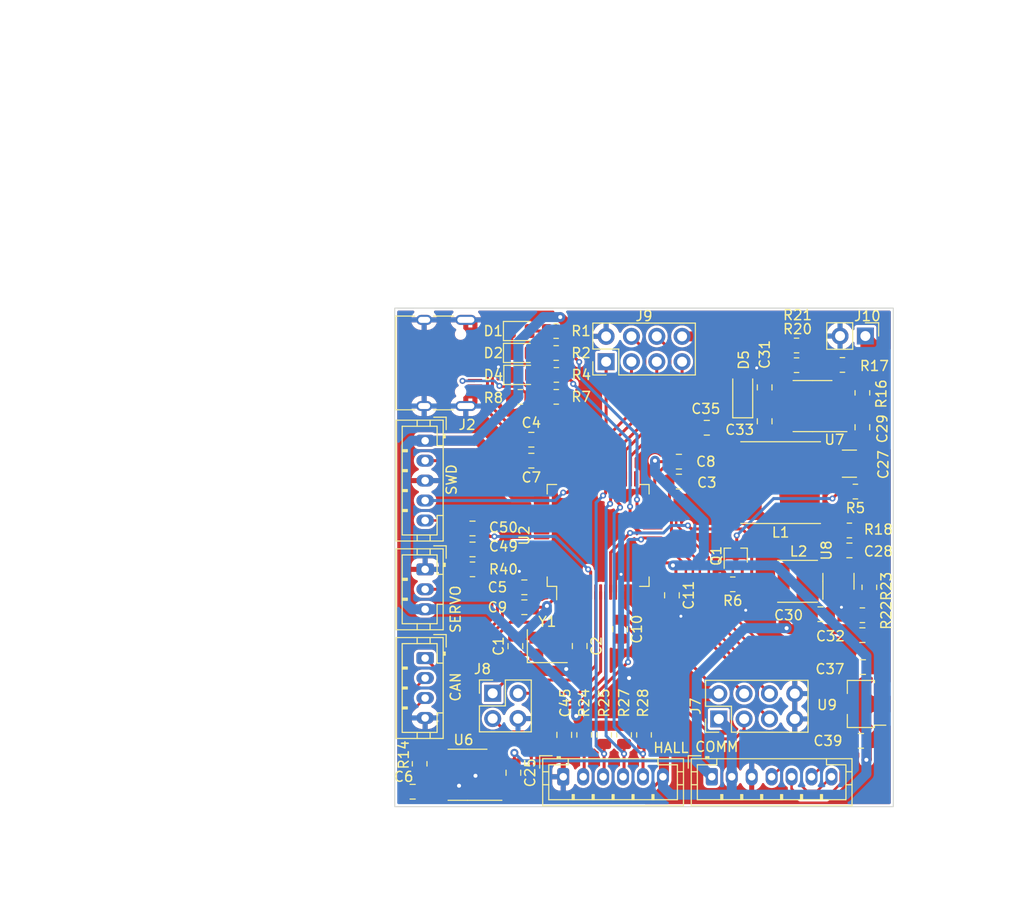
<source format=kicad_pcb>
(kicad_pcb (version 20211014) (generator pcbnew)
  (layers (0 "F.Cu" signal) (1 "In1.Cu" signal) (2 "In2.Cu" signal) (31 "B.Cu" signal) (34 "B.Paste" user) (35 "F.Paste" user) (36 "B.SilkS" user "B.Silkscreen") (37 "F.SilkS" user "F.Silkscreen") (38 "B.Mask" user) (39 "F.Mask" user) (44 "Edge.Cuts" user))
  (net 0 "")
  (net 1 "V_SUPPLY")
  (net 2 "/MCU/L3")
  (net 3 "/MCU/L2")
  (net 4 "/MCU/L1")
  (net 5 "/MCU/H3")
  (net 6 "/MCU/H2")
  (net 7 "/MCU/H1")
  (net 8 "Net-(C3-Pad1)")
  (net 9 "GND")
  (net 10 "Net-(C4-Pad1)")
  (net 11 "+3V3")
  (net 12 "/MCU/CURRENT_A")
  (net 13 "/MCU/CURRENT_B")
  (net 14 "/MCU/CURRENT_C")
  (net 15 "+5V")
  (net 16 "+12V")
  (net 17 "/Power/ZTP_BOOT")
  (net 18 "/Power/ZTP_SW")
  (net 19 "/Power/DC_VCC")
  (net 20 "/Power/DC_BS")
  (net 21 "/Power/DC_LX")
  (net 22 "/MCU/TEMP_MOSFET")
  (net 23 "/Hall/TEMP_IN")
  (net 24 "/MCU/NRST")
  (net 25 "Net-(D1-Pad2)")
  (net 26 "Net-(D2-Pad2)")
  (net 27 "Net-(D4-Pad2)")
  (net 28 "/CAN/CAN_L")
  (net 29 "/CAN/CAN_H")
  (net 30 "/MCU/USB_DN")
  (net 31 "/MCU/USB_DP")
  (net 32 "/Hall/HALL3_IN")
  (net 33 "/Hall/HALL2_IN")
  (net 34 "/Hall/HALL1_IN")
  (net 35 "/MCU/SCK_ADC_EXT")
  (net 36 "/MCU/RX_SDA_NSS")
  (net 37 "/MCU/TX_SCL_MOSI")
  (net 38 "/MCU/MISO_ADC_EXT2")
  (net 39 "Net-(J5-Pad2)")
  (net 40 "/MCU/SWCLK")
  (net 41 "/MCU/SWDIO")
  (net 42 "/MCU/LED_RED")
  (net 44 "/MCU/LED_GREEN")
  (net 45 "/Power/DC_EN")
  (net 46 "/Power/DC_RON")
  (net 47 "/Power/ZTP_EN")
  (net 48 "/Power/DC_FB")
  (net 49 "/Power/ZTP_FB")
  (net 50 "/MCU/SENSE_A")
  (net 51 "/MCU/SENSE_B")
  (net 52 "/MCU/SENSE_C")
  (net 56 "/MCU/PH0")
  (net 57 "/MCU/PH1")
  (net 71 "/CAN/CAN_RX")
  (net 72 "/CAN/CAN_TX")
  (net 73 "/MCU/SERVO")
  (net 75 "Net-(J2-PadA5)")
  (net 77 "Net-(J2-PadB5)")
  (net 79 "Net-(Q1-Pad3)")
  (net 80 "/MCU/AN_IN")
  (footprint "Package_QFP:LQFP-64_10x10mm_P0.5mm" (layer "F.Cu") (at 118.4 90.8 90)
    (fp_text reference "U2")
    (fp_text value "STM32F405RGT6")
  )
  (footprint "Resistor_SMD:R_0805_2012Metric" (layer "F.Cu") (at 114.2125 74.7 180)
    (fp_text reference "R4")
    (fp_text value "220")
  )
  (footprint "Capacitor_SMD:C_0805_2012Metric" (layer "F.Cu") (at 125.8 96.8 -90)
    (fp_text reference "C11")
    (fp_text value "2.2u")
  )
  (footprint "Capacitor_SMD:C_0805_2012Metric" (layer "F.Cu") (at 115 110.8 90)
    (fp_text reference "C45")
    (fp_text value "100n")
  )
  (footprint "Resistor_SMD:R_0805_2012Metric" (layer "F.Cu") (at 144.9 98.8)
    (fp_text reference "R22")
    (fp_text value "23k7")
  )
  (footprint "Resistor_SMD:R_0805_2012Metric" (layer "F.Cu") (at 100.5 113.7 90)
    (fp_text reference "R14")
    (fp_text value "120")
  )
  (footprint "Resistor_SMD:R_0805_2012Metric" (layer "F.Cu") (at 142.9 73.7 180)
    (fp_text reference "R17")
    (fp_text value "1.6M")
  )
  (footprint "Capacitor_SMD:C_0805_2012Metric" (layer "F.Cu") (at 116.55 101.89 -90)
    (fp_text reference "C2")
    (fp_text value "15p")
  )
  (footprint "Package_TO_SOT_SMD:TSOT-23-6" (layer "F.Cu") (at 142.5 95.4 90)
    (fp_text reference "U8")
    (fp_text value "ZTP7193Y")
  )
  (footprint "Resistor_SMD:R_0805_2012Metric" (layer "F.Cu") (at 121 110.8 90)
    (fp_text reference "R27")
    (fp_text value "2k2")
  )
  (footprint "Connector_JST:JST_PH_B4B-PH-K_1x04_P2.00mm_Vertical" (layer "F.Cu") (at 101.05 103.1 -90)
    (fp_text reference "J1" hide)
    (fp_text value "CAN")
  )
  (footprint "Capacitor_SMD:C_0805_2012Metric" (layer "F.Cu") (at 144.75 111.4 180)
    (fp_text reference "C39")
    (fp_text value "10u")
  )
  (footprint "Resistor_SMD:R_0805_2012Metric" (layer "F.Cu") (at 114.1875 70.3 180)
    (fp_text reference "R1")
    (fp_text value "220")
  )
  (footprint "Connector_PinHeader_2.54mm:PinHeader_2x02_P2.54mm_Vertical" (layer "F.Cu") (at 107.825 106.625)
    (fp_text reference "J8")
    (fp_text value "CURRENT")
  )
  (footprint "Resistor_SMD:R_0805_2012Metric" (layer "F.Cu") (at 110.6 76.9)
    (fp_text reference "R8")
    (fp_text value "5k1")
  )
  (footprint "LED_SMD:LED_0805_2012Metric" (layer "F.Cu") (at 110.625 74.7)
    (fp_text reference "D4")
    (fp_text value "MCU")
  )
  (footprint "Package_SO:HSOP-8-1EP_3.9x4.9mm_P1.27mm_EP2.41x3.1mm" (layer "F.Cu") (at 139.9 77.825 180)
    (fp_text reference "U7")
    (fp_text value "SY8502")
  )
  (footprint "Resistor_SMD:R_0805_2012Metric" (layer "F.Cu") (at 119 110.8 90)
    (fp_text reference "R25")
    (fp_text value "2k2")
  )
  (footprint "Capacitor_SMD:C_0805_2012Metric" (layer "F.Cu") (at 126.5 83.4)
    (fp_text reference "C8")
    (fp_text value "2.2u")
  )
  (footprint "LED_SMD:LED_0805_2012Metric" (layer "F.Cu") (at 110.5875 70.3)
    (fp_text reference "D1")
    (fp_text value "PWR")
  )
  (footprint "Capacitor_SMD:C_0805_2012Metric" (layer "F.Cu") (at 105.8 92.2 180)
    (fp_text reference "C49")
    (fp_text value "100n")
  )
  (footprint "Resistor_SMD:R_0805_2012Metric" (layer "F.Cu") (at 105.8 94.2)
    (fp_text reference "R40")
    (fp_text value "100")
  )
  (footprint "Inductor_SMD:L_Taiyo-Yuden_NR-80xx" (layer "F.Cu") (at 136.7 85.5 180)
    (fp_text reference "L1")
    (fp_text value "47u")
  )
  (footprint "Connector_JST:JST_PH_B3B-PH-K_1x03_P2.00mm_Vertical" (layer "F.Cu") (at 101.05 94.2 -90)
    (fp_text reference "J5" hide)
    (fp_text value "SERVO")
  )
  (footprint "Capacitor_SMD:C_0805_2012Metric" (layer "F.Cu") (at 140.7 98.7 180)
    (fp_text reference "C30")
    (fp_text value "1u")
  )
  (footprint "Package_TO_SOT_SMD:SOT-89-3" (layer "F.Cu") (at 145.05 107.7 180)
    (fp_text reference "U9")
    (fp_text value "SE8533")
  )
  (footprint "Capacitor_SMD:C_0805_2012Metric" (layer "F.Cu") (at 135.1 75.95 90)
    (fp_text reference "C31")
    (fp_text value "1u")
  )
  (footprint "Resistor_SMD:R_0805_2012Metric" (layer "F.Cu") (at 138.3 73.725)
    (fp_text reference "R20")
    (fp_text value "100k")
  )
  (footprint "Capacitor_SMD:C_0805_2012Metric" (layer "F.Cu") (at 144.95 104 180)
    (fp_text reference "C37")
    (fp_text value "1u")
  )
  (footprint "Capacitor_SMD:C_0805_2012Metric" (layer "F.Cu") (at 111 96 180)
    (fp_text reference "C5")
    (fp_text value "2.2u")
  )
  (footprint "Capacitor_SMD:C_0805_2012Metric" (layer "F.Cu") (at 143.6 92.3)
    (fp_text reference "C28")
    (fp_text value "22u, 25V")
  )
  (footprint "Resistor_SMD:R_0805_2012Metric" (layer "F.Cu") (at 131.9 95.7 180)
    (fp_text reference "R6")
    (fp_text value "2k2")
  )
  (footprint "Resistor_SMD:R_0805_2012Metric" (layer "F.Cu") (at 117 110.8 90)
    (fp_text reference "R24")
    (fp_text value "10k")
  )
  (footprint "Resistor_SMD:R_0805_2012Metric" (layer "F.Cu") (at 138.3 71.75 180)
    (fp_text reference "R21")
    (fp_text value "11k")
  )
  (footprint "Resistor_SMD:R_0805_2012Metric" (layer "F.Cu") (at 123 110.8 90)
    (fp_text reference "R28")
    (fp_text value "2k2")
  )
  (footprint "Capacitor_SMD:C_0805_2012Metric" (layer "F.Cu") (at 144.9 79.95 -90)
    (fp_text reference "C29")
    (fp_text value "220n")
  )
  (footprint "Inductor_SMD:L_Taiyo-Yuden_NR-40xx" (layer "F.Cu") (at 138.4 95.4 180)
    (fp_text reference "L2")
    (fp_text value "6u8")
  )
  (footprint "LED_SMD:LED_0805_2012Metric" (layer "F.Cu") (at 110.59 72.5)
    (fp_text reference "D2")
    (fp_text value "FAULT")
  )
  (footprint "Capacitor_SMD:C_0805_2012Metric" (layer "F.Cu") (at 109.9 114.6 -90)
    (fp_text reference "C25")
    (fp_text value "2u2")
  )
  (footprint "Diode_SMD:D_SOD-123" (layer "F.Cu") (at 132.9 76.75 90)
    (fp_text reference "D5")
    (fp_text value "D_Schottky")
  )
  (footprint "Connector_JST:JST_PH_B7B-PH-K_1x07_P2.00mm_Vertical" (layer "F.Cu") (at 129.8 115)
    (fp_text reference "J4" hide)
    (fp_text value "COMM")
  )
  (footprint "Crystal:Crystal_SMD_3225-4Pin_3.2x2.5mm" (layer "F.Cu") (at 113.3 101.9)
    (fp_text reference "Y1")
    (fp_text value "8Mhz")
  )
  (footprint "Resistor_SMD:R_0805_2012Metric" (layer "F.Cu") (at 143.6 90.3)
    (fp_text reference "R18")
    (fp_text value "100k")
  )
  (footprint "Connector_JST:JST_PH_B6B-PH-K_1x06_P2.00mm_Vertical" (layer "F.Cu") (at 114.9 115)
    (fp_text reference "J3" hide)
    (fp_text value "HALL")
  )
  (footprint "Connector_PinHeader_2.54mm:PinHeader_2x04_P2.54mm_Vertical" (layer "F.Cu") (at 119.2 73.375 90)
    (fp_text reference "J9")
    (fp_text value "GATE")
  )
  (footprint "Package_SO:SOIC-8_3.9x4.9mm_P1.27mm" (layer "F.Cu") (at 105.3 114.8 180)
    (fp_text reference "U6")
    (fp_text value "TJA1051T-3")
  )
  (footprint "Connector_JST:JST_PH_B5B-PH-K_1x05_P2.00mm_Vertical" (layer "F.Cu") (at 101.05 81.3 -90)
    (fp_text reference "J6" hide)
    (fp_text value "SWD")
  )
  (footprint "Package_TO_SOT_SMD:SOT-323_SC-70" (layer "F.Cu") (at 132.2 92.8 90)
    (fp_text reference "Q1")
    (fp_text value "1 DMN62D0UW-7")
  )
  (footprint "Capacitor_SMD:C_1210_3225Metric" (layer "F.Cu") (at 143.6 83.6 180)
    (fp_text reference "C27")
    (fp_text value "2.2u/100V")
  )
  (footprint "Resistor_SMD:R_0805_2012Metric" (layer "F.Cu") (at 114.19 72.505 180)
    (fp_text reference "R2")
    (fp_text value "1k")
  )
  (footprint "Capacitor_SMD:C_0805_2012Metric" (layer "F.Cu") (at 99.8 116.5)
    (fp_text reference "C6")
    (fp_text value "2u2")
  )
  (footprint "Resistor_SMD:R_0805_2012Metric" (layer "F.Cu") (at 144.9 76.5 90)
    (fp_text reference "R16")
    (fp_text value "100k")
  )
  (footprint "Capacitor_SMD:C_0805_2012Metric" (layer "F.Cu") (at 110.1 101.9 90)
    (fp_text reference "C1")
    (fp_text value "15p")
  )
  (footprint "Capacitor_SMD:C_0805_2012Metric" (layer "F.Cu") (at 111.7 83.3 180)
    (fp_text reference "C7")
    (fp_text value "2.2u")
  )
  (footprint "Resistor_SMD:R_0805_2012Metric" (layer "F.Cu") (at 145.6 96 90)
    (fp_text reference "R23")
    (fp_text value "3k2")
  )
  (footprint "Capacitor_SMD:C_0805_2012Metric" (layer "F.Cu") (at 135.1 79.35 -90)
    (fp_text reference "C33")
    (fp_text value "1u")
  )
  (footprint "Capacitor_SMD:C_0805_2012Metric" (layer "F.Cu") (at 129.3 80 180)
    (fp_text reference "C35")
    (fp_text value "22u, 25V")
  )
  (footprint "Capacitor_SMD:C_0805_2012Metric" (layer "F.Cu") (at 105.8 90.1 180)
    (fp_text reference "C50")
    (fp_text value "100n")
  )
  (footprint "Capacitor_SMD:C_0805_2012Metric" (layer "F.Cu") (at 111.7 81.2 180)
    (fp_text reference "C4")
    (fp_text value "2.2u")
  )
  (footprint "Resistor_SMD:R_0805_2012Metric" (layer "F.Cu") (at 114.2 76.9 180)
    (fp_text reference "R7")
    (fp_text value "5k1")
  )
  (footprint "Capacitor_SMD:C_0805_2012Metric" (layer "F.Cu") (at 126.5 85.4)
    (fp_text reference "C3")
    (fp_text value "2.2u")
  )
  (footprint "Capacitor_SMD:C_0805_2012Metric" (layer "F.Cu") (at 111 98 180)
    (fp_text reference "C9")
    (fp_text value "2.2u")
  )
  (footprint "Resistor_SMD:R_0805_2012Metric" (layer "F.Cu") (at 144.2 86.4 180)
    (fp_text reference "R5")
    (fp_text value "39k")
  )
  (footprint "Capacitor_SMD:C_0805_2012Metric" (layer "F.Cu") (at 120.6 100.2 -90)
    (fp_text reference "C10")
    (fp_text value "2.2u")
  )
  (footprint "Connector_USB:USB_C_Receptacle_HRO_TYPE-C-31-M-12" (layer "F.Cu") (at 102 73.5 -90)
    (fp_text reference "J2")
    (fp_text value "USB_C")
  )
  (footprint "Capacitor_SMD:C_0805_2012Metric" (layer "F.Cu") (at 144.9 100.8)
    (fp_text reference "C32")
    (fp_text value "22u, 25V")
  )
  (footprint "Connector_PinHeader_2.54mm:PinHeader_1x02_P2.54mm_Vertical" (layer "F.Cu") (at 145.2 70.8 -90)
    (fp_text reference "J10")
    (fp_text value "Conn_01x02")
  )
  (footprint "Connector_PinHeader_2.54mm:PinHeader_2x04_P2.54mm_Vertical" (layer "F.Cu") (at 130.5 109.2 90)
    (fp_text reference "J7")
    (fp_text value "SENSE")
  )
  (gr_rect (start 98 68) (end 148 118) (layer "Edge.Cuts") (width 0.1) (fill none))
  (segment (start 146.8 80) (end 146.8 81.875) (width 1) (layer "F.Cu") (net 1))
  (segment (start 145.8 79) (end 146.8 80) (width 1) (layer "F.Cu") (net 1))
  (segment (start 145.2 70.8) (end 145.2 72.3125) (width 1) (layer "F.Cu") (net 1))
  (segment (start 145.075 86.3625) (end 145.1125 86.4) (width 1) (layer "F.Cu") (net 1))
  (segment (start 144.9 78.5) (end 144.9 77.4125) (width 1) (layer "F.Cu") (net 1))
  (segment (start 145.2 70.8) (end 146.8 72.4) (width 1) (layer "F.Cu") (net 1))
  (segment (start 146.8 77.3) (end 146.6875 77.4125) (width 1) (layer "F.Cu") (net 1))
  (segment (start 144.86 78.46) (end 144.9 78.5) (width 1) (layer "F.Cu") (net 1))
  (segment (start 146.6875 77.4125) (end 144.9 77.4125) (width 1) (layer "F.Cu") (net 1))
  (segment (start 144.9 79) (end 144.9 78.5) (width 1) (layer "F.Cu") (net 1))
  (segment (start 146.8 72.4) (end 146.8 77.3) (width 1) (layer "F.Cu") (net 1))
  (segment (start 146.8 81.875) (end 145.075 83.6) (width 1) (layer "F.Cu") (net 1))
  (segment (start 145.2 72.3125) (end 143.8125 73.7) (width 1) (layer "F.Cu") (net 1))
  (segment (start 144.9 79) (end 145.8 79) (width 1) (layer "F.Cu") (net 1))
  (segment (start 142.55 78.46) (end 144.86 78.46) (width 1) (layer "F.Cu") (net 1))
  (segment (start 145.075 83.6) (end 145.075 86.3625) (width 1) (layer "F.Cu") (net 1))
  (segment (start 121.65 82.85) (end 121.65 85.125) (width 0.3) (layer "F.Cu") (net 2))
  (segment (start 126.82 73.375) (end 126.82 77.68) (width 0.3) (layer "F.Cu") (net 2))
  (segment (start 126.82 77.68) (end 121.65 82.85) (width 0.3) (layer "F.Cu") (net 2))
  (segment (start 125.6 72.155) (end 125.6 77.8) (width 0.3) (layer "F.Cu") (net 3))
  (segment (start 121.15 82.25) (end 121.15 85.125) (width 0.3) (layer "F.Cu") (net 3))
  (segment (start 124.28 70.835) (end 125.6 72.155) (width 0.3) (layer "F.Cu") (net 3))
  (segment (start 125.6 77.8) (end 121.15 82.25) (width 0.3) (layer "F.Cu") (net 3))
  (segment (start 124.28 78.22) (end 120.65 81.85) (width 0.3) (layer "F.Cu") (net 4))
  (segment (start 124.28 73.375) (end 124.28 78.22) (width 0.3) (layer "F.Cu") (net 4))
  (segment (start 120.65 81.85) (end 120.65 85.125) (width 0.3) (layer "F.Cu") (net 4))
  (segment (start 123.08 78.22) (end 123.08 72.175) (width 0.3) (layer "F.Cu") (net 5))
  (segment (start 123.08 72.175) (end 121.74 70.835) (width 0.3) (layer "F.Cu") (net 5))
  (segment (start 118.15 83.15) (end 123.08 78.22) (width 0.3) (layer "F.Cu") (net 5))
  (segment (start 118.15 85.125) (end 118.15 83.15) (width 0.3) (layer "F.Cu") (net 5))
  (segment (start 117.65 85.125) (end 117.65 82.55) (width 0.3) (layer "F.Cu") (net 6))
  (segment (start 121.74 78.46) (end 121.74 73.375) (width 0.3) (layer "F.Cu") (net 6))
  (segment (start 117.65 82.55) (end 121.74 78.46) (width 0.3) (layer "F.Cu") (net 6))
  (segment (start 119.2 80.2) (end 117.15 82.25) (width 0.3) (layer "F.Cu") (net 7))
  (segment (start 117.15 82.25) (end 117.15 85.125) (width 0.3) (layer "F.Cu") (net 7))
  (segment (start 119.2 73.375) (end 119.2 80.2) (width 0.3) (layer "F.Cu") (net 7))
  (segment (start 124.075 87.55) (end 125.45 87.55) (width 0.3) (layer "F.Cu") (net 8))
  (segment (start 125.55 87.45) (end 125.55 85.4) (width 0.3) (layer "F.Cu") (net 8))
  (segment (start 125.45 87.55) (end 125.55 87.45) (width 0.3) (layer "F.Cu") (net 8))
  (segment (start 112.5 101.05) (end 112.2 101.05) (width 0.3) (layer "F.Cu") (net 9))
  (segment (start 114.4 102.75) (end 114.2 102.75) (width 0.3) (layer "F.Cu") (net 9))
  (segment (start 120.7 94.7) (end 120.15 95.25) (width 0.3) (layer "F.Cu") (net 9))
  (segment (start 114.2 102.75) (end 112.5 101.05) (width 0.3) (layer "F.Cu") (net 9))
  (segment (start 120.15 95.25) (end 120.15 96.475) (width 0.3) (layer "F.Cu") (net 9))
  (via (at 110.5 94.4) (size 0.6) (drill 0.3) (layers "F.Cu" "B.Cu") (net 9))
  (via (at 115.2 104.2) (size 0.8) (drill 0.4) (layers "F.Cu" "B.Cu") (net 9))
  (via (at 108.4 73.9) (size 0.6) (drill 0.3) (layers "F.Cu" "B.Cu") (net 9))
  (via (at 106.1 114.9) (size 0.8) (drill 0.4) (layers "F.Cu" "B.Cu") (net 9))
  (via (at 120.7 94.7) (size 0.6) (drill 0.3) (layers "F.Cu" "B.Cu") (net 9))
  (via (at 134.3 74) (size 0.6) (drill 0.3) (layers "F.Cu" "B.Cu") (net 9))
  (via (at 133.2 98.3) (size 0.6) (drill 0.3) (layers "F.Cu" "B.Cu") (net 9))
  (via (at 142.8 98) (size 0.6) (drill 0.3) (layers "F.Cu" "B.Cu") (net 9))
  (via (at 121.5 105.1) (size 0.8) (drill 0.4) (layers "F.Cu" "B.Cu") (net 9))
  (via (at 104.4505 115.9) (size 0.8) (drill 0.4) (layers "F.Cu" "B.Cu") (net 9))
  (via (at 126.7 98.9) (size 0.6) (drill 0.3) (layers "F.Cu" "B.Cu") (net 9))
  (segment (start 112.65 81.2) (end 113.2 81.2) (width 0.3) (layer "F.Cu") (net 10))
  (segment (start 113.2 81.2) (end 115.15 83.15) (width 0.3) (layer "F.Cu") (net 10))
  (segment (start 115.15 83.15) (end 115.15 85.125) (width 0.3) (layer "F.Cu") (net 10))
  (segment (start 122.7 109.8875) (end 121.8875 109.8875) (width 0.3) (layer "F.Cu") (net 11))
  (segment (start 126.2 94.2) (end 126.05 94.05) (width 0.3) (layer "F.Cu") (net 11))
  (segment (start 112.825 83.3) (end 114.65 85.125) (width 0.3) (layer "F.Cu") (net 11))
  (segment (start 121.8875 109.8875) (end 121 109.8875) (width 1) (layer "F.Cu") (net 11))
  (segment (start 105.15 116.95) (end 105.65 116.95) (width 0.3) (layer "F.Cu") (net 11))
  (segment (start 125.55 83.4) (end 124.2 83.4) (width 0.3) (layer "F.Cu") (net 11))
  (segment (start 114.6 68.9) (end 115.1 69.4) (width 1) (layer "F.Cu") (net 11))
  (segment (start 116.2 108.9) (end 116.425 109.125) (width 1) (layer "F.Cu") (net 11))
  (segment (start 122.7 101.35) (end 122.7 109.8875) (width 0.3) (layer "F.Cu") (net 11))
  (segment (start 120.65 96.475) (end 120.65 99.2) (width 0.3) (layer "F.Cu") (net 11))
  (segment (start 99.95 117.6) (end 104.5 117.6) (width 0.25) (layer "F.Cu") (net 11))
  (segment (start 112.65 83.3) (end 112.825 83.3) (width 0.3) (layer "F.Cu") (net 11))
  (segment (start 116.425 109.3125) (end 117 109.8875) (width 1) (layer "F.Cu") (net 11))
  (segment (start 145.35 111.4) (end 145.35 113.25) (width 1) (layer "F.Cu") (net 11))
  (segment (start 125 110.9) (end 123.9875 109.8875) (width 1) (layer "F.Cu") (net 11))
  (segment (start 112.65 84.65) (end 112.65 83.3) (width 1) (layer "F.Cu") (net 11))
  (segment (start 146.7 109.2) (end 146.7 110.4) (width 1) (layer "F.Cu") (net 11))
  (segment (start 124.9 115.1) (end 124.9 115) (width 0.3) (layer "F.Cu") (net 11))
  (segment (start 124.9 115) (end 125 114.9) (width 1) (layer "F.Cu") (net 11))
  (segment (start 102.825 112.895) (end 103.695 112.895) (width 0.3) (layer "F.Cu") (net 11))
  (segment (start 123.9875 109.8875) (end 123 109.8875) (width 1) (layer "F.Cu") (net 11))
  (segment (start 120.65 99.2) (end 120.6 99.25) (width 0.3) (layer "F.Cu") (net 11))
  (segment (start 125 114.9) (end 125 110.9) (width 1) (layer "F.Cu") (net 11))
  (segment (start 121 109.8875) (end 119 109.8875) (width 1) (layer "F.Cu") (net 11))
  (segment (start 125.9 93.8) (end 125.8 93.8) (width 0.3) (layer "F.Cu") (net 11))
  (segment (start 106.1 117.4) (end 122.6 117.4) (width 0.3) (layer "F.Cu") (net 11))
  (segment (start 111.95 98) (end 111.95 96) (width 0.3) (layer "F.Cu") (net 11))
  (segment (start 112.725 94.55) (end 112.725 95.225) (width 0.3) (layer "F.Cu") (net 11))
  (segment (start 104.5 117.6) (end 105.15 116.95) (width 0.25) (layer "F.Cu") (net 11))
  (segment (start 126.2 95.85) (end 126.2 94.2) (width 0.3) (layer "F.Cu") (net 11))
  (segment (start 123 109.8875) (end 121.8875 109.8875) (width 1) (layer "F.Cu") (net 11))
  (segment (start 110.4 85.3) (end 112 85.3) (width 1) (layer "F.Cu") (net 11))
  (segment (start 105.5 116.6) (end 105.15 116.95) (width 0.3) (layer "F.Cu") (net 11))
  (segment (start 103.695 112.895) (end 105.2 114.4) (width 0.3) (layer "F.Cu") (net 11))
  (segment (start 124.075 87.05) (end 124.075 84.875) (width 0.3) (layer "F.Cu") (net 11))
  (segment (start 106.4 81.3) (end 110.4 85.3) (width 1) (layer "F.Cu") (net 11))
  (segment (start 120.6 99.25) (end 122.7 101.35) (width 0.3) (layer "F.Cu") (net 11))
  (segment (start 124.075 84.875) (end 125.55 83.4) (width 0.3) (layer "F.Cu") (net 11))
  (segment (start 146.7 110.4) (end 145.7 111.4) (width 1) (layer "F.Cu") (net 11))
  (segment (start 105.5 115.6) (end 105.5 116.6) (width 0.3) (layer "F.Cu") (net 11))
  (segment (start 101.05 81.3) (end 106.4 81.3) (width 1) (layer "F.Cu") (net 11))
  (segment (start 113.125 98) (end 113.2625 97.8625) (width 0.3) (layer "F.Cu") (net 11))
  (segment (start 111.95 98) (end 113.125 98) (width 0.3) (layer "F.Cu") (net 11))
  (segment (start 145.35 113.25) (end 145.3 113.3) (width 1) (layer "F.Cu") (net 11))
  (segment (start 105.65 116.95) (end 106.1 117.4) (width 0.3) (layer "F.Cu") (net 11))
  (segment (start 105.2 114.4) (end 105.2 115.3) (width 0.3) (layer "F.Cu") (net 11))
  (segment (start 119 109.8875) (end 118.2875 109.8875) (width 1) (layer "F.Cu") (net 11))
  (segment (start 112.725 95.225) (end 111.95 96) (width 0.3) (layer "F.Cu") (net 11))
  (segment (start 105.2 115.3) (end 105.5 115.6) (width 0.3) (layer "F.Cu") (net 11))
  (segment (start 113.2625 97.8625) (end 114.65 96.475) (width 0.3) (layer "F.Cu") (net 11))
  (segment (start 115.1 69.4) (end 115.1 70.3) (width 1) (layer "F.Cu") (net 11))
  (segment (start 118.2875 109.8875) (end 117 109.8875) (width 1) (layer "F.Cu") (net 11))
  (segment (start 125.55 93.55) (end 125.8 93.8) (width 0.3) (layer "F.Cu") (net 11))
  (segment (start 124.2 83.4) (end 124.1 83.3) (width 0.3) (layer "F.Cu") (net 11))
  (segment (start 112 85.3) (end 112.65 84.65) (width 1) (layer "F.Cu") (net 11))
  (segment (start 125.8 93.8) (end 126.05 94.05) (width 0.3) (layer "F.Cu") (net 11))
  (segment (start 98.85 116.5) (end 99.95 117.6) (width 0.25) (layer "F.Cu") (net 11))
  (segment (start 116.425 109.125) (end 116.425 109.3125) (width 1) (layer "F.Cu") (net 11))
  (segment (start 122.6 117.4) (end 124.9 115.1) (width 0.3) (layer "F.Cu") (net 11))
  (segment (start 124.075 93.55) (end 125.55 93.55) (width 0.3) (layer "F.Cu") (net 11))
  (via (at 125.9 93.8) (size 0.8) (drill 0.4) (layers "F.Cu" "B.Cu") (net 11))
  (via (at 116.2 108.9) (size 0.8) (drill 0.4) (layers "F.Cu" "B.Cu") (net 11))
  (via (at 145.3 113.3) (size 0.8) (drill 0.4) (layers "F.Cu" "B.Cu") (net 11))
  (via (at 114.6 68.9) (size 0.8) (drill 0.4) (layers "F.Cu" "B.Cu") (net 11))
  (via (at 113.2625 97.8625) (size 0.8) (drill 0.4) (layers "F.Cu" "B.Cu") (net 11))
  (via (at 124.1 83.3) (size 0.8) (drill 0.4) (layers "F.Cu" "B.Cu") (net 11))
  (segment (start 131.8 110.5) (end 130.5 109.2) (width 1) (layer "B.Cu") (net 11))
  (segment (start 145.3 113.3) (end 145.3 102.9) (width 1) (layer "B.Cu") (net 11))
  (segment (start 113.2625 98.3375) (end 113.2625 97.8625) (width 1) (layer "B.Cu") (net 11))
  (segment (start 124.1 84.5) (end 129 89.4) (width 1) (layer "B.Cu") (net 11))
  (segment (start 99.1 81.9) (end 99.7 81.3) (width 1) (layer "B.Cu") (net 11))
  (segment (start 99.1 97.575) (end 99.1 81.9) (width 1) (layer "B.Cu") (net 11))
  (segment (start 145.3 102.9) (end 136.2 93.8) (width 1) (layer "B.Cu") (net 11))
  (segment (start 131.8 115) (end 131.8 110.5) (width 1) (layer "B.Cu") (net 11))
  (segment (start 110.4 76.9) (end 110.4 71.4) (width 1) (layer "B.Cu") (net 11))
  (segment (start 116.2 108.9) (end 116.2 107) (width 1) (layer "B.Cu") (net 11))
  (segment (start 124.9 116) (end 124.9 115) (width 1) (layer "B.Cu") (net 11))
  (segment (start 124.1 83.3) (end 124.1 84.5) (width 1) (layer "B.Cu") (net 11))
  (segment (start 132.1 116.8) (end 131.8 116.5) (width 1) (layer "B.Cu") (net 11))
  (segment (start 143.2 116.8) (end 132.1 116.8) (width 1) (layer "B.Cu") (net 11))
  (segment (start 112.9 68.9) (end 114.6 68.9) (width 1) (layer "B.Cu") (net 11))
  (segment (start 110.4 71.4) (end 112.9 68.9) (width 1) (layer "B.Cu") (net 11))
  (segment (start 110.4 101.2) (end 107.4 98.2) (width 1) (layer "B.Cu") (net 11))
  (segment (start 101.05 81.3) (end 106 81.3) (width 1) (layer "B.Cu") (net 11))
  (segment (start 129 89.4) (end 129 92.7) (width 1) (layer "B.Cu") (net 11))
  (segment (start 110.4 101.2) (end 113.2625 98.3375) (width 1) (layer "B.Cu") (net 11))
  (segment (start 128.4 93.8) (end 125.9 93.8) (width 1) (layer "B.Cu") (net 11))
  (segment (start 125.7 116.8) (end 124.9 116) (width 1) (layer "B.Cu") (net 11))
  (segment (start 132.1 116.8) (end 125.7 116.8) (width 1) (layer "B.Cu") (net 11))
  (segment (start 116.2 107) (end 110.4 101.2) (width 1) (layer "B.Cu") (net 11))
  (segment (start 136.2 93.8) (end 128.4 93.8) (width 1) (layer "B.Cu") (net 11))
  (segment (start 145.3 114.7) (end 143.2 116.8) (width 1) (layer "B.Cu") (net 11))
  (segment (start 145.3 113.3) (end 145.3 114.7) (width 1) (layer "B.Cu") (net 11))
  (segment (start 128.4 93.3) (end 128.4 93.8) (width 1) (layer "B.Cu") (net 11))
  (segment (start 101.05 98.2) (end 99.725 98.2) (width 1) (layer "B.Cu") (net 11))
  (segment (start 107.4 98.2) (end 101.05 98.2) (width 1) (layer "B.Cu") (net 11))
  (segment (start 99.725 98.2) (end 99.1 97.575) (width 1) (layer "B.Cu") (net 11))
  (segment (start 99.7 81.3) (end 101.05 81.3) (width 1) (layer "B.Cu") (net 11))
  (segment (start 131.8 116.5) (end 131.8 115) (width 1) (layer "B.Cu") (net 11))
  (segment (start 129 92.7) (end 128.4 93.3) (width 1) (layer "B.Cu") (net 11))
  (segment (start 106 81.3) (end 110.4 76.9) (width 1) (layer "B.Cu") (net 11))
  (segment (start 116.7 105.3) (end 109.15 105.3) (width 0.3) (layer "F.Cu") (net 12))
  (segment (start 118.15 103.85) (end 116.7 105.3) (width 0.3) (layer "F.Cu") (net 12))
  (segment (start 118.15 96.475) (end 118.15 103.85) (width 0.3) (layer "F.Cu") (net 12))
  (segment (start 109.15 105.3) (end 107.825 106.625) (width 0.3) (layer "F.Cu") (net 12))
  (segment (start 116.475 106.625) (end 110.365 106.625) (width 0.3) (layer "F.Cu") (net 13))
  (segment (start 118.65 96.475) (end 118.65 104.45) (width 0.3) (layer "F.Cu") (net 13))
  (segment (start 118.65 104.45) (end 116.475 106.625) (width 0.3) (layer "F.Cu") (net 13))
  (segment (start 119.15 104.95) (end 116.6 107.5) (width 0.3) (layer "F.Cu") (net 14))
  (segment (start 109.16 110.5) (end 107.825 109.165) (width 0.3) (layer "F.Cu") (net 14))
  (segment (start 111.7 110.5) (end 109.16 110.5) (width 0.3) (layer "F.Cu") (net 14))
  (segment (start 119.15 96.475) (end 119.15 104.95) (width 0.3) (layer "F.Cu") (net 14))
  (segment (start 116.6 107.5) (end 114.7 107.5) (width 0.3) (layer "F.Cu") (net 14))
  (segment (start 114.7 107.5) (end 111.7 110.5) (width 0.3) (layer "F.Cu") (net 14))
  (segment (start 110 112.6) (end 110 113.55) (width 0.3) (layer "F.Cu") (net 15))
  (segment (start 132.6 97.1) (end 135.3 97.1) (width 0.25) (layer "F.Cu") (net 15))
  (segment (start 145.9 103.1) (end 143.95 101.15) (width 1) (layer "F.Cu") (net 15))
  (segment (start 146.15 104) (end 146.7 104.55) (width 1) (layer "F.Cu") (net 15))
  (segment (start 145.9 104) (end 145.9 103.1) (width 1) (layer "F.Cu") (net 15))
  (segment (start 137 94.15) (end 137 95.4) (width 0.3) (layer "F.Cu") (net 15))
  (segment (start 137.3 100.1) (end 137.3 99.9) (width 1) (layer "F.Cu") (net 15))
  (segment (start 131.9 96.4) (end 132.6 97.1) (width 0.25) (layer "F.Cu") (net 15))
  (segment (start 106.365 114.165) (end 103.9 111.7) (width 0.3) (layer "F.Cu") (net 15))
  (segment (start 146.7 104.55) (end 146.7 106.2) (width 1) (layer "F.Cu") (net 15))
  (segment (start 137.6 100.2) (end 143.35 100.2) (width 1) (layer "F.Cu") (net 15))
  (segment (start 103.9 111.7) (end 103.9 105.95) (width 0.3) (layer "F.Cu") (net 15))
  (segment (start 107.775 114.165) (end 106.365 114.165) (width 0.3) (layer "F.Cu") (net 15))
  (segment (start 137 95.4) (end 137 99.6) (width 1) (layer "F.Cu") (net 15))
  (segment (start 131.9 94.15) (end 131.9 96.4) (width 0.25) (layer "F.Cu") (net 15))
  (segment (start 143.35 100.2) (end 143.95 100.8) (width 1) (layer "F.Cu") (net 15))
  (segment (start 135.3 97.1) (end 137 95.4) (width 0.25) (layer "F.Cu") (net 15))
  (segment (start 145.9 104) (end 146.15 104) (width 1) (layer "F.Cu") (net 15))
  (segment (start 109.9 113.65) (end 108.29 113.65) (width 0.3) (layer "F.Cu") (net 15))
  (segment (start 143.9875 98.8) (end 143.9875 100.7625) (width 1) (layer "F.Cu") (net 15))
  (segment (start 143.9875 100.7625) (end 143.95 100.8) (width 1) (layer "F.Cu") (net 15))
  (segment (start 110 113.55) (end 109.9 113.65) (width 0.3) (layer "F.Cu") (net 15))
  (segment (start 137 99.6) (end 137.6 100.2) (width 1) (layer "F.Cu") (net 15))
  (segment (start 131.55 93.8) (end 131.9 94.15) (width 0.25) (layer "F.Cu") (net 15))
  (segment (start 143.95 101.15) (end 143.95 100.8) (width 1) (layer "F.Cu") (net 15))
  (segment (start 103.9 105.95) (end 101.05 103.1) (width 0.3) (layer "F.Cu") (net 15))
  (segment (start 137.3 99.9) (end 137 99.6) (width 1) (layer "F.Cu") (net 15))
  (segment (start 108.29 113.65) (end 107.775 114.165) (width 0.3) (layer "F.Cu") (net 15))
  (via (at 137.3 100.1) (size 0.8) (drill 0.4) (layers "F.Cu" "B.Cu") (net 15))
  (via (at 110 112.6) (size 0.8) (drill 0.4) (layers "F.Cu" "B.Cu") (net 15))
  (segment (start 128.3 104.9) (end 128.3 106.5) (width 1) (layer "B.Cu") (net 15))
  (segment (start 129.8 115) (end 128.2 113.4) (width 0.3) (layer "B.Cu") (net 15))
  (segment (start 128.3 106.5) (end 128.3 113.5) (width 1) (layer "B.Cu") (net 15))
  (segment (start 128.3 113.5) (end 129.8 115) (width 1) (layer "B.Cu") (net 15))
  (segment (start 128.46 106.66) (end 130.5 106.66) (width 1) (layer "B.Cu") (net 15))
  (segment (start 128.2 113.4) (end 110.8 113.4) (width 0.3) (layer "B.Cu") (net 15))
  (segment (start 133.1 100.1) (end 128.3 104.9) (width 1) (layer "B.Cu") (net 15))
  (segment (start 137.3 100.1) (end 133.1 100.1) (width 1) (layer "B.Cu") (net 15))
  (segment (start 110.8 113.4) (end 110 112.6) (width 0.3) (layer "B.Cu") (net 15))
  (segment (start 128.3 106.5) (end 128.46 106.66) (width 1) (layer "B.Cu") (net 15))
  (segment (start 136.7 90.9) (end 133.9 88.1) (width 1) (layer "F.Cu") (net 16))
  (segment (start 136.7 90.9) (end 142.0875 90.9) (width 1) (layer "F.Cu") (net 16))
  (segment (start 130.25 76.75) (end 131.9 75.1) (width 1) (layer "F.Cu") (net 16))
  (segment (start 132.15 82.65) (end 132.1 82.65) (width 1) (layer "F.Cu") (net 16))
  (segment (start 136.825 73.725) (end 137.3875 73.725) (width 1) (layer "F.Cu") (net 16))
  (segment (start 131.9 75.1) (end 132.9 75.1) (width 1) (layer "F.Cu") (net 16))
  (segment (start 131.9 73.4) (end 129.335 70.835) (width 1) (layer "F.Cu") (net 16))
  (segment (start 131.9 75.1) (end 131.9 73.4) (width 1) (layer "F.Cu") (net 16))
  (segment (start 142.6875 92.2625) (end 142.65 92.3) (width 1) (layer "F.Cu") (net 16))
  (segment (start 142.5 94.2625) (end 142.5 92.45) (width 0.5) (layer "F.Cu") (net 16))
  (segment (start 133.9 72.8) (end 135.9 72.8) (width 1) (layer "F.Cu") (net 16))
  (segment (start 132.1 82.65) (end 130.25 80.8) (width 1) (layer "F.Cu") (net 16))
  (segment (start 129.335 70.835) (end 126.82 70.835) (width 1) (layer "F.Cu") (net 16))
  (segment (start 130.25 80.8) (end 130.25 80) (width 1) (layer "F.Cu") (net 16))
  (segment (start 142.6875 90.3) (end 142.6875 92.2625) (width 1) (layer "F.Cu") (net 16))
  (segment (start 135.9 72.8) (end 136.825 73.725) (width 1) (layer "F.Cu") (net 16))
  (segment (start 142.0875 90.9) (end 142.6875 90.3) (width 1) (layer "F.Cu") (net 16))
  (segment (start 133.9 85.5) (end 133.9 84.4) (width 1) (layer "F.Cu") (net 16))
  (segment (start 133.9 88.1) (end 133.9 85.5) (width 1) (layer "F.Cu") (net 16))
  (segment (start 133.9 84.4) (end 132.15 82.65) (width 1) (layer "F.Cu") (net 16))
  (segment (start 132.9 73.8) (end 133.9 72.8) (width 1) (layer "F.Cu") (net 16))
  (segment (start 142.5 92.45) (end 142.65 92.3) (width 0.5) (layer "F.Cu") (net 16))
  (segment (start 130.25 80) (end 130.25 76.75) (width 1) (layer "F.Cu") (net 16))
  (segment (start 132.9 75.1) (end 132.9 73.8) (width 1) (layer "F.Cu") (net 16))
  (segment (start 141.65 98.7) (end 141.65 96.6375) (width 0.5) (layer "F.Cu") (net 17))
  (segment (start 141.65 96.6375) (end 141.55 96.5375) (width 0.5) (layer "F.Cu") (net 17))
  (segment (start 133.3 76.9) (end 135.1 76.9) (width 1) (layer "F.Cu") (net 19))
  (segment (start 136.19 77.19) (end 135.9 76.9) (width 1) (layer "F.Cu") (net 19))
  (segment (start 132.9 78.4) (end 132.9 77.3) (width 1) (layer "F.Cu") (net 19))
  (segment (start 137.25 77.19) (end 136.19 77.19) (width 1) (layer "F.Cu") (net 19))
  (segment (start 135.9 76.9) (end 135.1 76.9) (width 1) (layer "F.Cu") (net 19))
  (segment (start 132.9 77.3) (end 133.3 76.9) (width 1) (layer "F.Cu") (net 19))
  (segment (start 135.1 78.4) (end 137.19 78.4) (width 1) (layer "F.Cu") (net 20))
  (segment (start 137.19 78.4) (end 137.25 78.46) (width 1) (layer "F.Cu") (net 20))
  (segment (start 124.075 97.875) (end 124.075 94.55) (width 0.3) (layer "F.Cu") (net 22))
  (segment (start 135.58 106.66) (end 129.42 100.5) (width 0.3) (layer "F.Cu") (net 22))
  (segment (start 129.42 100.5) (end 126.7 100.5) (width 0.3) (layer "F.Cu") (net 22))
  (segment (start 126.7 100.5) (end 124.075 97.875) (width 0.3) (layer "F.Cu") (net 22))
  (segment (start 116.9 108) (end 115.6 108) (width 0.3) (layer "F.Cu") (net 23))
  (segment (start 115.6 108) (end 115 108.6) (width 0.3) (layer "F.Cu") (net 23))
  (segment (start 122.85 91.05) (end 124.075 91.05) (width 0.3) (layer "F.Cu") (net 23))
  (segment (start 122.7 91.2) (end 122.85 91.05) (width 0.3) (layer "F.Cu") (net 23))
  (segment (start 117 111.7125) (end 117 114.9) (width 0.3) (layer "F.Cu") (net 23))
  (segment (start 121.4 103.5) (end 116.9 108) (width 0.3) (layer "F.Cu") (net 23))
  (segment (start 117 114.9) (end 116.9 115) (width 0.3) (layer "F.Cu") (net 23))
  (segment (start 116.8625 111.7125) (end 115 109.85) (width 0.3) (layer "F.Cu") (net 23))
  (segment (start 115 108.6) (end 115 109.85) (width 0.3) (layer "F.Cu") (net 23))
  (segment (start 117 111.7125) (end 116.8625 111.7125) (width 0.3) (layer "F.Cu") (net 23))
  (via (at 122.7 91.2) (size 0.6) (drill 0.3) (layers "F.Cu" "B.Cu") (net 23))
  (via (at 121.4 103.5) (size 0.6) (drill 0.3) (layers "F.Cu" "B.Cu") (net 23))
  (segment (start 121.4 91.3) (end 121.5 91.2) (width 0.3) (layer "B.Cu") (net 23))
  (segment (start 121.5 91.2) (end 122.7 91.2) (width 0.3) (layer "B.Cu") (net 23))
  (segment (start 121.4 103.5) (end 121.4 91.3) (width 0.3) (layer "B.Cu") (net 23))
  (segment (start 101.05 89.3) (end 103.2 89.3) (width 0.25) (layer "F.Cu") (net 24))
  (segment (start 104 88.5) (end 106.3 88.5) (width 0.25) (layer "F.Cu") (net 24))
  (segment (start 108 90.9) (end 107.55 90.9) (width 0.3) (layer "F.Cu") (net 24))
  (segment (start 106.3 88.5) (end 106.75 88.95) (width 0.25) (layer "F.Cu") (net 24))
  (segment (start 106.75 88.95) (end 106.75 90.1) (width 0.25) (layer "F.Cu") (net 24))
  (segment (start 107.55 90.9) (end 106.75 90.1) (width 0.3) (layer "F.Cu") (net 24))
  (segment (start 117.65 94.45) (end 117.65 95.7) (width 0.3) (layer "F.Cu") (net 24))
  (segment (start 117.4 94.2) (end 117.65 94.45) (width 0.3) (layer "F.Cu") (net 24))
  (segment (start 103.2 89.3) (end 104 88.5) (width 0.25) (layer "F.Cu") (net 24))
  (via (at 108 90.9) (size 0.6) (drill 0.3) (layers "F.Cu" "B.Cu") (net 24))
  (via (at 117.4 94.2) (size 0.6) (drill 0.3) (layers "F.Cu" "B.Cu") (net 24))
  (segment (start 117.4 94.2) (end 114.1 90.9) (width 0.3) (layer "B.Cu") (net 24))
  (segment (start 114.1 90.9) (end 108 90.9) (width 0.3) (layer "B.Cu") (net 24))
  (segment (start 111.525 70.3) (end 113.275 70.3) (width 0.3) (layer "F.Cu") (net 25))
  (segment (start 113.2725 72.5) (end 113.2775 72.505) (width 0.3) (layer "F.Cu") (net 26))
  (segment (start 111.5275 72.5) (end 113.2725 72.5) (width 0.3) (layer "F.Cu") (net 26))
  (segment (start 111.5625 74.7) (end 113.3 74.7) (width 0.3) (layer "F.Cu") (net 27))
  (segment (start 101.8775 114.165) (end 100.5 112.7875) (width 0.25) (layer "F.Cu") (net 28))
  (segment (start 100.5 112.7875) (end 99.6 111.8875) (width 0.25) (layer "F.Cu") (net 28))
  (segment (start 99.6 108.55) (end 101.05 107.1) (width 0.25) (layer "F.Cu") (net 28))
  (segment (start 102.825 114.165) (end 101.8775 114.165) (width 0.25) (layer "F.Cu") (net 28))
  (segment (start 99.6 111.8875) (end 99.6 108.55) (width 0.25) (layer "F.Cu") (net 28))
  (segment (start 99 107.15) (end 101.05 105.1) (width 0.25) (layer "F.Cu") (net 29))
  (segment (start 99 113.1125) (end 99 107.15) (width 0.25) (layer "F.Cu") (net 29))
  (segment (start 102.825 115.435) (end 102.59 115.2) (width 0.25) (layer "F.Cu") (net 29))
  (segment (start 101.0875 115.2) (end 100.5 114.6125) (width 0.25) (layer "F.Cu") (net 29))
  (segment (start 100.5 114.6125) (end 99 113.1125) (width 0.25) (layer "F.Cu") (net 29))
  (segment (start 102.59 115.2) (end 101.0875 115.2) (width 0.25) (layer "F.Cu") (net 29))
  (segment (start 109.1 79.3) (end 107.8 78) (width 0.3) (layer "F.Cu") (net 30))
  (segment (start 116.65 80.75) (end 115.2 79.3) (width 0.3) (layer "F.Cu") (net 30))
  (segment (start 106.95 72.75) (end 106.045 72.75) (width 0.3) (layer "F.Cu") (net 30))
  (segment (start 107.327106 73.75) (end 107.15 73.75) (width 0.3) (layer "F.Cu") (net 30))
  (segment (start 107.8 74.222894) (end 107.327106 73.75) (width 0.3) (layer "F.Cu") (net 30))
  (segment (start 116.65 85.125) (end 116.65 80.75) (width 0.3) (layer "F.Cu") (net 30))
  (segment (start 107.8 78) (end 107.8 74.222894) (width 0.3) (layer "F.Cu") (net 30))
  (segment (start 107.15 72.95) (end 106.95 72.75) (width 0.3) (layer "F.Cu") (net 30))
  (segment (start 107.15 73.75) (end 107.15 72.95) (width 0.3) (layer "F.Cu") (net 30))
  (segment (start 115.2 79.3) (end 109.1 79.3) (width 0.3) (layer "F.Cu") (net 30))
  (segment (start 107.15 73.75) (end 106.045 73.75) (width 0.3) (layer "F.Cu") (net 30))
  (segment (start 114.9 79.8) (end 108.8 79.8) (width 0.3) (layer "F.Cu") (net 31))
  (segment (start 107.12 74.25) (end 106.045 74.25) (width 0.3) (layer "F.Cu") (net 31))
  (segment (start 116.15 81.05) (end 114.9 79.8) (width 0.3) (layer "F.Cu") (net 31))
  (segment (start 116.15 85.125) (end 116.15 81.05) (width 0.3) (layer "F.Cu") (net 31))
  (segment (start 108.8 79.8) (end 107.3 78.3) (width 0.3) (layer "F.Cu") (net 31))
  (segment (start 104.66 73.61) (end 104.66 73.9) (width 0.3) (layer "F.Cu") (net 31))
  (segment (start 106.045 73.25) (end 105.02 73.25) (width 0.3) (layer "F.Cu") (net 31))
  (segment (start 107.3 74.43) (end 107.12 74.25) (width 0.3) (layer "F.Cu") (net 31))
  (segment (start 105.02 73.25) (end 104.66 73.61) (width 0.3) (layer "F.Cu") (net 31))
  (segment (start 104.66 73.9) (end 105.01 74.25) (width 0.3) (layer "F.Cu") (net 31))
  (segment (start 105.01 74.25) (end 106.045 74.25) (width 0.3) (layer "F.Cu") (net 31))
  (segment (start 107.3 78.3) (end 107.3 74.43) (width 0.3) (layer "F.Cu") (net 31))
  (segment (start 119 111.7125) (end 119 112.7) (width 0.3) (layer "F.Cu") (net 32))
  (segment (start 119 114.9) (end 119 112.7) (width 0.3) (layer "F.Cu") (net 32))
  (segment (start 119.15 86.55) (end 119.15 85.125) (width 0.3) (layer "F.Cu") (net 32))
  (segment (start 118.9 115) (end 119 114.9) (width 0.3) (layer "F.Cu") (net 32))
  (segment (start 118.9 86.8) (end 119.15 86.55) (width 0.3) (layer "F.Cu") (net 32))
  (via (at 119 112.7) (size 0.6) (drill 0.3) (layers "F.Cu" "B.Cu") (net 32))
  (via (at 118.9 86.8) (size 0.6) (drill 0.3) (layers "F.Cu" "B.Cu") (net 32))
  (segment (start 118.2 111.9) (end 118.2 87.5) (width 0.3) (layer "B.Cu") (net 32))
  (segment (start 119 112.7) (end 118.2 111.9) (width 0.3) (layer "B.Cu") (net 32))
  (segment (start 118.2 87.5) (end 118.9 86.8) (width 0.3) (layer "B.Cu") (net 32))
  (segment (start 121 111.7125) (end 121 114.9) (width 0.3) (layer "F.Cu") (net 33))
  (segment (start 119.65 87.575537) (end 119.65 85.125) (width 0.3) (layer "F.Cu") (net 33))
  (segment (start 121 114.9) (end 120.9 115) (width 0.3) (layer "F.Cu") (net 33))
  (segment (start 119.599924 87.625613) (end 119.65 87.575537) (width 0.3) (layer "F.Cu") (net 33))
  (via (at 119.599924 87.625613) (size 0.6) (drill 0.3) (layers "F.Cu" "B.Cu") (net 33))
  (via (at 121 112.7) (size 0.6) (drill 0.3) (layers "F.Cu" "B.Cu") (net 33))
  (segment (start 119.2 88.025537) (end 119.599924 87.625613) (width 0.3) (layer "B.Cu") (net 33))
  (segment (start 121 112.7) (end 119.2 110.9) (width 0.3) (layer "B.Cu") (net 33))
  (segment (start 119.2 110.9) (end 119.2 88.025537) (width 0.3) (layer "B.Cu") (net 33))
  (segment (start 122.9 112.7) (end 122.9 115) (width 0.3) (layer "F.Cu") (net 34))
  (segment (start 123 111.7125) (end 123 112.6) (width 0.3) (layer "F.Cu") (net 34))
  (segment (start 120.15 87.280261) (end 120.15 85.125) (width 0.3) (layer "F.Cu") (net 34))
  (segment (start 120.6 87.730261) (end 120.15 87.280261) (width 0.3) (layer "F.Cu") (net 34))
  (segment (start 120.6 88) (end 120.6 87.730261) (width 0.3) (layer "F.Cu") (net 34))
  (segment (start 123 112.6) (end 122.9 112.7) (width 0.3) (layer "F.Cu") (net 34))
  (via (at 122.9 112.7) (size 0.6) (drill 0.3) (layers "F.Cu" "B.Cu") (net 34))
  (via (at 120.6 88) (size 0.6) (drill 0.3) (layers "F.Cu" "B.Cu") (net 34))
  (segment (start 122.7 112.7) (end 120 110) (width 0.3) (layer "B.Cu") (net 34))
  (segment (start 120 88.6) (end 120.6 88) (width 0.3) (layer "B.Cu") (net 34))
  (segment (start 120 110) (end 120 88.6) (width 0.3) (layer "B.Cu") (net 34))
  (segment (start 122.9 112.7) (end 122.7 112.7) (width 0.3) (layer "B.Cu") (net 34))
  (segment (start 139.5 111.3) (end 139.5 105) (width 0.25) (layer "F.Cu") (net 35))
  (segment (start 127.2 93.8) (end 125.95 92.55) (width 0.25) (layer "F.Cu") (net 35))
  (segment (start 138 103.5) (end 133.3 103.5) (width 0.25) (layer "F.Cu") (net 35))
  (segment (start 135.8 115) (end 139.5 111.3) (width 0.25) (layer "F.Cu") (net 35))
  (segment (start 139.5 105) (end 138 103.5) (width 0.25) (layer "F.Cu") (net 35))
  (segment (start 127.2 97.4) (end 127.2 93.8) (width 0.25) (layer "F.Cu") (net 35))
  (segment (start 125.95 92.55) (end 124.075 92.55) (width 0.25) (layer "F.Cu") (net 35))
  (segment (start 133.3 103.5) (end 127.2 97.4) (width 0.25) (layer "F.Cu") (net 35))
  (segment (start 125.571752 88.05) (end 124.075 88.05) (width 0.25) (layer "F.Cu") (net 36))
  (segment (start 134.5 101.4) (end 129.5 96.4) (width 0.25) (layer "F.Cu") (net 36))
  (segment (start 129.5 96.4) (end 129.5 93) (width 0.25) (layer "F.Cu") (net 36))
  (segment (start 142.725 115.675) (end 142.725 112.925) (width 0.25) (layer "F.Cu") (net 36))
  (segment (start 138.7 117.1) (end 141.3 117.1) (width 0.25) (layer "F.Cu") (net 36))
  (segment (start 137.8 115) (end 137.8 116.2) (width 0.25) (layer "F.Cu") (net 36))
  (segment (start 126.225 89.725) (end 126.225 88.703248) (width 0.25) (layer "F.Cu") (net 36))
  (segment (start 139.3 101.4) (end 134.5 101.4) (width 0.25) (layer "F.Cu") (net 36))
  (segment (start 141.8 112) (end 141.8 103.9) (width 0.25) (layer "F.Cu") (net 36))
  (segment (start 129.5 93) (end 126.225 89.725) (width 0.25) (layer "F.Cu") (net 36))
  (segment (start 141.8 103.9) (end 139.3 101.4) (width 0.25) (layer "F.Cu") (net 36))
  (segment (start 126.225 88.703248) (end 125.571752 88.05) (width 0.25) (layer "F.Cu") (net 36))
  (segment (start 142.725 112.925) (end 141.8 112) (width 0.25) (layer "F.Cu") (net 36))
  (segment (start 141.3 117.1) (end 142.725 115.675) (width 0.25) (layer "F.Cu") (net 36))
  (segment (start 137.8 116.2) (end 138.7 117.1) (width 0.25) (layer "F.Cu") (net 36))
  (segment (start 128.6 93.5) (end 126.65 91.55) (width 0.25) (layer "F.Cu") (net 37))
  (segment (start 126.65 91.55) (end 125.75 91.55) (width 0.25) (layer "F.Cu") (net 37))
  (segment (start 124.075 88.55) (end 125.4 88.55) (width 0.3) (layer "F.Cu") (net 37))
  (segment (start 141.1 113.7) (end 141.1 104.3) (width 0.25) (layer "F.Cu") (net 37))
  (segment (start 139.8 115) (end 141.1 113.7) (width 0.25) (layer "F.Cu") (net 37))
  (segment (start 134 102.1) (end 128.6 96.7) (width 0.25) (layer "F.Cu") (net 37))
  (segment (start 125.4 88.55) (end 125.75 88.9) (width 0.3) (layer "F.Cu") (net 37))
  (segment (start 141.1 104.3) (end 138.9 102.1) (width 0.25) (layer "F.Cu") (net 37))
  (segment (start 125.75 88.9) (end 125.75 91.55) (width 0.3) (layer "F.Cu") (net 37))
  (segment (start 125.75 91.55) (end 124.075 91.55) (width 0.3) (layer "F.Cu") (net 37))
  (segment (start 128.6 96.7) (end 128.6 93.5) (width 0.25) (layer "F.Cu") (net 37))
  (segment (start 138.9 102.1) (end 134 102.1) (width 0.25) (layer "F.Cu") (net 37))
  (segment (start 138.811054 115.911054) (end 138.811054 113.688946) (width 0.25) (layer "F.Cu") (net 38))
  (segment (start 140.4 104.8) (end 138.4 102.8) (width 0.25) (layer "F.Cu") (net 38))
  (segment (start 127.9 93.6) (end 126.35 92.05) (width 0.25) (layer "F.Cu") (net 38))
  (segment (start 126.35 92.05) (end 124.075 92.05) (width 0.25) (layer "F.Cu") (net 38))
  (segment (start 133.7 102.8) (end 127.9 97) (width 0.25) (layer "F.Cu") (net 38))
  (segment (start 141.8 115) (end 140.39211 116.40789) (width 0.25) (layer "F.Cu") (net 38))
  (segment (start 127.9 97) (end 127.9 93.6) (width 0.25) (layer "F.Cu") (net 38))
  (segment (start 138.4 102.8) (end 133.7 102.8) (width 0.25) (layer "F.Cu") (net 38))
  (segment (start 140.39211 116.40789) (end 139.30789 116.40789) (width 0.25) (layer "F.Cu") (net 38))
  (segment (start 140.4 112.1) (end 140.4 104.8) (width 0.25) (layer "F.Cu") (net 38))
  (segment (start 138.811054 113.688946) (end 140.4 112.1) (width 0.25) (layer "F.Cu") (net 38))
  (segment (start 139.30789 116.40789) (end 138.811054 115.911054) (width 0.25) (layer "F.Cu") (net 38))
  (segment (start 101.05 96.2) (end 102.8875 96.2) (width 0.3) (layer "F.Cu") (net 39))
  (segment (start 102.8875 96.2) (end 104.8875 94.2) (width 0.3) (layer "F.Cu") (net 39))
  (segment (start 112.725 87.05) (end 109.75 87.05) (width 0.3) (layer "F.Cu") (net 40))
  (segment (start 109.75 87.05) (end 106 83.3) (width 0.3) (layer "F.Cu") (net 40))
  (segment (start 106 83.3) (end 101.05 83.3) (width 0.3) (layer "F.Cu") (net 40))
  (segment (start 115.65 86.15) (end 115.3 86.5) (width 0.3) (layer "F.Cu") (net 41))
  (segment (start 115.3 86.5) (end 114.9 86.5) (width 0.3) (layer "F.Cu") (net 41))
  (segment (start 115.65 85.125) (end 115.65 86.15) (width 0.3) (layer "F.Cu") (net 41))
  (via (at 114.9 86.5) (size 0.6) (drill 0.3) (layers "F.Cu" "B.Cu") (net 41))
  (segment (start 114.1 87.3) (end 101.05 87.3) (width 0.3) (layer "B.Cu") (net 41))
  (segment (start 114.9 86.5) (end 114.1 87.3) (width 0.3) (layer "B.Cu") (net 41))
  (segment (start 123.198959 89.55) (end 122.3 88.651041) (width 0.3) (layer "F.Cu") (net 42))
  (segment (start 116.5 73.4) (end 115.605 72.505) (width 0.3) (layer "F.Cu") (net 42))
  (segment (start 115.605 72.505) (end 115.1025 72.505) (width 0.3) (layer "F.Cu") (net 42))
  (segment (start 124.075 89.55) (end 123.198959 89.55) (width 0.3) (layer "F.Cu") (net 42))
  (segment (start 122.3 88.651041) (end 122.3 87.2) (width 0.3) (layer "F.Cu") (net 42))
  (via (at 122.3 87.2) (size 0.6) (drill 0.3) (layers "F.Cu" "B.Cu") (net 42))
  (via (at 116.5 73.4) (size 0.6) (drill 0.3) (layers "F.Cu" "B.Cu") (net 42))
  (segment (start 116.5 74.9) (end 116.5 73.4) (width 0.3) (layer "B.Cu") (net 42))
  (segment (start 122.3 80.7) (end 116.5 74.9) (width 0.3) (layer "B.Cu") (net 42))
  (segment (start 122.3 87.2) (end 122.3 80.7) (width 0.3) (layer "B.Cu") (net 42))
  (segment (start 115.9 75.6) (end 115.9 75.475) (width 0.3) (layer "F.Cu") (net 44))
  (segment (start 115.9 75.475) (end 115.125 74.7) (width 0.3) (layer "F.Cu") (net 44))
  (segment (start 122.991853 90.05) (end 121.6 88.658147) (width 0.3) (layer "F.Cu") (net 44))
  (segment (start 121.6 88.658147) (end 121.6 87.9) (width 0.3) (layer "F.Cu") (net 44))
  (segment (start 124.075 90.05) (end 122.991853 90.05) (width 0.3) (layer "F.Cu") (net 44))
  (via (at 115.9 75.6) (size 0.6) (drill 0.3) (layers "F.Cu" "B.Cu") (net 44))
  (via (at 121.6 87.9) (size 0.6) (drill 0.3) (layers "F.Cu" "B.Cu") (net 44))
  (segment (start 115.9 75.6) (end 121.6 81.3) (width 0.3) (layer "B.Cu") (net 44))
  (segment (start 121.6 81.3) (end 121.6 87.9) (width 0.3) (layer "B.Cu") (net 44))
  (segment (start 143.2975 77.19) (end 142.55 77.19) (width 0.5) (layer "F.Cu") (net 45))
  (segment (start 144.9 75.5875) (end 143.2975 77.19) (width 0.5) (layer "F.Cu") (net 45))
  (segment (start 142.55 74.2625) (end 142.55 75.92) (width 1) (layer "F.Cu") (net 46))
  (segment (start 141.9875 73.7) (end 142.55 74.2625) (width 1) (layer "F.Cu") (net 46))
  (segment (start 143.6 94.1125) (end 143.45 94.2625) (width 0.25) (layer "F.Cu") (net 47))
  (segment (start 143.6 91.5) (end 143.6 94.1125) (width 0.25) (layer "F.Cu") (net 47))
  (segment (start 144.5125 90.5875) (end 143.6 91.5) (width 0.25) (layer "F.Cu") (net 47))
  (segment (start 144.5125 90.3) (end 144.5125 90.5875) (width 0.25) (layer "F.Cu") (net 47))
  (segment (start 139.2125 71.75) (end 139.2125 73.725) (width 1) (layer "F.Cu") (net 48))
  (segment (start 139.2125 73.725) (end 139.2125 73.9575) (width 1) (layer "F.Cu") (net 48))
  (segment (start 139.2125 73.9575) (end 137.25 75.92) (width 1) (layer "F.Cu") (net 48))
  (segment (start 143.5 96.5875) (end 143.5 96.5375) (width 1) (layer "F.Cu") (net 49))
  (segment (start 145.8125 97.125) (end 145.6 96.9125) (width 1) (layer "F.Cu") (net 49))
  (segment (start 143.825 96.9125) (end 143.5 96.5875) (width 1) (layer "F.Cu") (net 49))
  (segment (start 145.6 96.9125) (end 143.825 96.9125) (width 1) (layer "F.Cu") (net 49))
  (segment (start 145.8125 98.8) (end 145.8125 97.125) (width 1) (layer "F.Cu") (net 49))
  (segment (start 133.04 109.2) (end 133.04 110.26) (width 0.3) (layer "F.Cu") (net 50))
  (segment (start 130.1 111.2) (end 125.3 106.4) (width 0.3) (layer "F.Cu") (net 50))
  (segment (start 125.3 106.4) (end 125.3 102.2) (width 0.3) (layer "F.Cu") (net 50))
  (segment (start 133.04 110.26) (end 132.1 111.2) (width 0.3) (layer "F.Cu") (net 50))
  (segment (start 121.15 98.05) (end 121.15 96.475) (width 0.3) (layer "F.Cu") (net 50))
  (segment (start 125.3 102.2) (end 121.15 98.05) (width 0.3) (layer "F.Cu") (net 50))
  (segment (start 132.1 111.2) (end 130.1 111.2) (width 0.3) (layer "F.Cu") (net 50))
  (segment (start 131.68 105.3) (end 129.3 105.3) (width 0.3) (layer "F.Cu") (net 51))
  (segment (start 121.65 97.65) (end 121.65 96.475) (width 0.3) (layer "F.Cu") (net 51))
  (segment (start 129.3 105.3) (end 121.65 97.65) (width 0.3) (layer "F.Cu") (net 51))
  (segment (start 133.04 106.66) (end 131.68 105.3) (width 0.3) (layer "F.Cu") (net 51))
  (segment (start 126.6 101.4) (end 129.477057 101.4) (width 0.3) (layer "F.Cu") (net 52))
  (segment (start 134.38 106.302943) (end 134.38 108) (width 0.3) (layer "F.Cu") (net 52))
  (segment (start 129.477057 101.4) (end 134.38 106.302943) (width 0.3) (layer "F.Cu") (net 52))
  (segment (start 134.38 108) (end 135.58 109.2) (width 0.3) (layer "F.Cu") (net 52))
  (segment (start 122.15 96.95) (end 126.6 101.4) (width 0.3) (layer "F.Cu") (net 52))
  (segment (start 122.15 96.475) (end 122.15 96.95) (width 0.3) (layer "F.Cu") (net 52))
  (segment (start 114.501041 99.5) (end 109.6 99.5) (width 0.3) (layer "F.Cu") (net 56))
  (segment (start 109.6 99.5) (end 108.5 100.6) (width 0.3) (layer "F.Cu") (net 56))
  (segment (start 110.2 102.75) (end 110.1 102.85) (width 0.3) (layer "F.Cu") (net 56))
  (segment (start 108.5 100.6) (end 108.5 102.2) (width 0.3) (layer "F.Cu") (net 56))
  (segment (start 108.5 102.2) (end 109.15 102.85) (width 0.3) (layer "F.Cu") (net 56))
  (segment (start 116.65 96.475) (end 116.65 97.351041) (width 0.3) (layer "F.Cu") (net 56))
  (segment (start 109.15 102.85) (end 110.1 102.85) (width 0.3) (layer "F.Cu") (net 56))
  (segment (start 116.65 97.351041) (end 114.501041 99.5) (width 0.3) (layer "F.Cu") (net 56))
  (segment (start 112.2 102.75) (end 110.2 102.75) (width 0.3) (layer "F.Cu") (net 56))
  (segment (start 117.15 96.475) (end 117.15 97.558147) (width 0.3) (layer "F.Cu") (net 57))
  (segment (start 116.44 101.05) (end 116.55 100.94) (width 0.3) (layer "F.Cu") (net 57))
  (segment (start 114.4 101.05) (end 116.44 101.05) (width 0.3) (layer "F.Cu") (net 57))
  (segment (start 116.5 100.89) (end 116.55 100.94) (width 0.3) (layer "F.Cu") (net 57))
  (segment (start 117.15 97.558147) (end 116.5 98.208147) (width 0.3) (layer "F.Cu") (net 57))
  (segment (start 116.5 98.208147) (end 116.5 100.89) (width 0.3) (layer "F.Cu") (net 57))
  (segment (start 106.095 112.895) (end 107.775 112.895) (width 0.3) (layer "F.Cu") (net 71))
  (segment (start 108.3 94.3) (end 108.3 99.385788) (width 0.3) (layer "F.Cu") (net 71))
  (segment (start 108.3 99.385788) (end 107.5 100.185788) (width 0.3) (layer "F.Cu") (net 71))
  (segment (start 112.725 93.05) (end 109.55 93.05) (width 0.3) (layer "F.Cu") (net 71))
  (segment (start 107.5 103.392894) (end 104.6 106.292894) (width 0.3) (layer "F.Cu") (net 71))
  (segment (start 104.6 106.292894) (end 104.6 111.4) (width 0.3) (layer "F.Cu") (net 71))
  (segment (start 107.5 100.185788) (end 107.5 103.392894) (width 0.3) (layer "F.Cu") (net 71))
  (segment (start 104.6 111.4) (end 106.095 112.895) (width 0.3) (layer "F.Cu") (net 71))
  (segment (start 109.55 93.05) (end 108.3 94.3) (width 0.3) (layer "F.Cu") (net 71))
  (segment (start 111.7 113) (end 110.4 111.7) (width 0.3) (layer "F.Cu") (net 72))
  (segment (start 111.295 116.705) (end 111.7 116.3) (width 0.3) (layer "F.Cu") (net 72))
  (segment (start 110.4 111.7) (end 106.5 111.7) (width 0.3) (layer "F.Cu") (net 72))
  (segment (start 105.2 110.4) (end 105.2 106.4) (width 0.3) (layer "F.Cu") (net 72))
  (segment (start 108.8 94.507106) (end 109.757106 93.55) (width 0.3) (layer "F.Cu") (net 72))
  (segment (start 108 100.392894) (end 108.8 99.592894) (width 0.3) (layer "F.Cu") (net 72))
  (segment (start 111.7 116.3) (end 111.7 113) (width 0.3) (layer "F.Cu") (net 72))
  (segment (start 107.775 116.705) (end 111.295 116.705) (width 0.3) (layer "F.Cu") (net 72))
  (segment (start 108 103.6) (end 108 100.392894) (width 0.3) (layer "F.Cu") (net 72))
  (segment (start 105.2 106.4) (end 108 103.6) (width 0.3) (layer "F.Cu") (net 72))
  (segment (start 106.5 111.7) (end 105.2 110.4) (width 0.3) (layer "F.Cu") (net 72))
  (segment (start 109.757106 93.55) (end 112.725 93.55) (width 0.3) (layer "F.Cu") (net 72))
  (segment (start 108.8 99.592894) (end 108.8 94.507106) (width 0.3) (layer "F.Cu") (net 72))
  (segment (start 109.2 92.2) (end 106.75 92.2) (width 0.3) (layer "F.Cu") (net 73))
  (segment (start 106.7125 92.2375) (end 106.75 92.2) (width 0.3) (layer "F.Cu") (net 73))
  (segment (start 112.725 91.55) (end 109.85 91.55) (width 0.3) (layer "F.Cu") (net 73))
  (segment (start 106.7125 94.2) (end 106.7125 92.2375) (width 0.3) (layer "F.Cu") (net 73))
  (segment (start 109.85 91.55) (end 109.2 92.2) (width 0.3) (layer "F.Cu") (net 73))
  (segment (start 107.898166 72.25) (end 106.045 72.25) (width 0.25) (layer "F.Cu") (net 75))
  (segment (start 109.173166 73.525) (end 107.898166 72.25) (width 0.25) (layer "F.Cu") (net 75))
  (segment (start 110.75 75.391834) (end 110.75 74.25) (width 0.25) (layer "F.Cu") (net 75))
  (segment (start 110.75 74.25) (end 110.025 73.525) (width 0.25) (layer "F.Cu") (net 75))
  (segment (start 110.025 73.525) (end 109.173166 73.525) (width 0.25) (layer "F.Cu") (net 75))
  (segment (start 112.1875 75.8) (end 111.158166 75.8) (width 0.25) (layer "F.Cu") (net 75))
  (segment (start 113.2875 76.9) (end 112.1875 75.8) (width 0.25) (layer "F.Cu") (net 75))
  (segment (start 111.158166 75.8) (end 110.75 75.391834) (width 0.25) (layer "F.Cu") (net 75))
  (segment (start 108.5 75.8) (end 108.575 75.875) (width 0.25) (layer "F.Cu") (net 77))
  (segment (start 108.575 75.875) (end 110.4875 75.875) (width 0.25) (layer "F.Cu") (net 77))
  (segment (start 110.4875 75.875) (end 111.5125 76.9) (width 0.25) (layer "F.Cu") (net 77))
  (segment (start 105.995 75.3) (end 106.045 75.25) (width 0.25) (layer "F.Cu") (net 77))
  (segment (start 104.8 75.3) (end 105.995 75.3) (width 0.25) (layer "F.Cu") (net 77))
  (via (at 108.5 75.8) (size 0.6) (drill 0.3) (layers "F.Cu" "B.Cu") (net 77))
  (via (at 104.8 75.3) (size 0.6) (drill 0.3) (layers "F.Cu" "B.Cu") (net 77))
  (segment (start 108.5 75.8) (end 108 75.3) (width 0.25) (layer "B.Cu") (net 77))
  (segment (start 108 75.3) (end 104.8 75.3) (width 0.25) (layer "B.Cu") (net 77))
  (segment (start 143.2875 86.4) (end 142.6 86.4) (width 0.3) (layer "F.Cu") (net 79))
  (segment (start 132.3 91.7) (end 132.2 91.8) (width 0.3) (layer "F.Cu") (net 79))
  (segment (start 132.3 90.8) (end 132.3 91.7) (width 0.3) (layer "F.Cu") (net 79))
  (segment (start 142.6 86.4) (end 141.9 87.1) (width 0.3) (layer "F.Cu") (net 79))
  (via (at 141.9 87.1) (size 0.6) (drill 0.3) (layers "F.Cu" "B.Cu") (net 79))
  (via (at 132.3 90.8) (size 0.6) (drill 0.3) (layers "F.Cu" "B.Cu") (net 79))
  (segment (start 136 87.1) (end 132.3 90.8) (width 0.3) (layer "B.Cu") (net 79))
  (segment (start 141.9 87.1) (end 136 87.1) (width 0.3) (layer "B.Cu") (net 79))
  (segment (start 119.65 92.507277) (end 121.606777 90.5505) (width 0.3) (layer "F.Cu") (net 80))
  (segment (start 127.4 89.8) (end 127.75 90.15) (width 0.3) (layer "F.Cu") (net 80))
  (segment (start 132.85 90.15) (end 133.8 91.1) (width 0.3) (layer "F.Cu") (net 80))
  (segment (start 119.65 96.475) (end 119.65 92.507277) (width 0.3) (layer "F.Cu") (net 80))
  (segment (start 132.85 95.6625) (end 132.8125 95.7) (width 0.3) (layer "F.Cu") (net 80))
  (segment (start 127.75 90.15) (end 132.85 90.15) (width 0.3) (layer "F.Cu") (net 80))
  (segment (start 133.8 91.1) (end 133.8 94.7125) (width 0.3) (layer "F.Cu") (net 80))
  (segment (start 133.8 94.7125) (end 132.8125 95.7) (width 0.3) (layer "F.Cu") (net 80))
  (segment (start 132.85 93.8) (end 132.85 95.6625) (width 0.3) (layer "F.Cu") (net 80))
  (via (at 121.606777 90.5505) (size 0.6) (drill 0.3) (layers "F.Cu" "B.Cu") (net 80))
  (via (at 127.4 89.8) (size 0.6) (drill 0.3) (layers "F.Cu" "B.Cu") (net 80))
  (segment (start 124.1495 90.5505) (end 124.9495 90.5505) (width 0.3) (layer "B.Cu") (net 80))
  (segment (start 121.606777 90.5505) (end 124.1495 90.5505) (width 0.3) (layer "B.Cu") (net 80))
  (segment (start 124.9495 90.5505) (end 125.6 89.9) (width 0.3) (layer "B.Cu") (net 80))
  (segment (start 125.6 89.9) (end 125.7 89.8) (width 0.3) (layer "B.Cu") (net 80))
  (segment (start 125.7 89.8) (end 127.4 89.8) (width 0.3) (layer "B.Cu") (net 80))
  (zone (net 9) (net_name "GND") (layers "F.Cu" "In1.Cu" "In2.Cu" "B.Cu") (connect_pads (clearance 0.254)) (min_thickness 0.254) (fill yes (thermal_gap 0.508) (thermal_bridge_width 0.508))
    (polygon (pts (xy 148 118) (xy 98 118) (xy 98 68) (xy 148 68)))
  )
  (zone (net 21) (net_name "/Power/DC_LX") (layer "F.Cu") (priority 1) (connect_pads yes (clearance 0.254)) (min_thickness 0.254) (fill yes (thermal_gap 0.508) (thermal_bridge_width 0.508))
    (polygon (pts (xy 139.2 81.4) (xy 140.7 81.4) (xy 140.6 89.3) (xy 136.8 89.4) (xy 136.1 81.2) (xy 134.2 80.9) (xy 134.2 79.8) (xy 134.3 79.6) (xy 136.4 79.3) (xy 138.1 79.3)))
  )
  (zone (net 18) (net_name "/Power/ZTP_SW") (layer "F.Cu") (priority 1) (connect_pads yes (clearance 0.254)) (min_thickness 0.254) (fill yes (thermal_gap 0.508) (thermal_bridge_width 0.508))
    (polygon (pts (xy 141.9 93.6) (xy 141.9 95.1) (xy 140.6 95.4) (xy 140.4 99.4) (xy 138.3 99.4) (xy 138.3 93.3)))
  )
)
</source>
